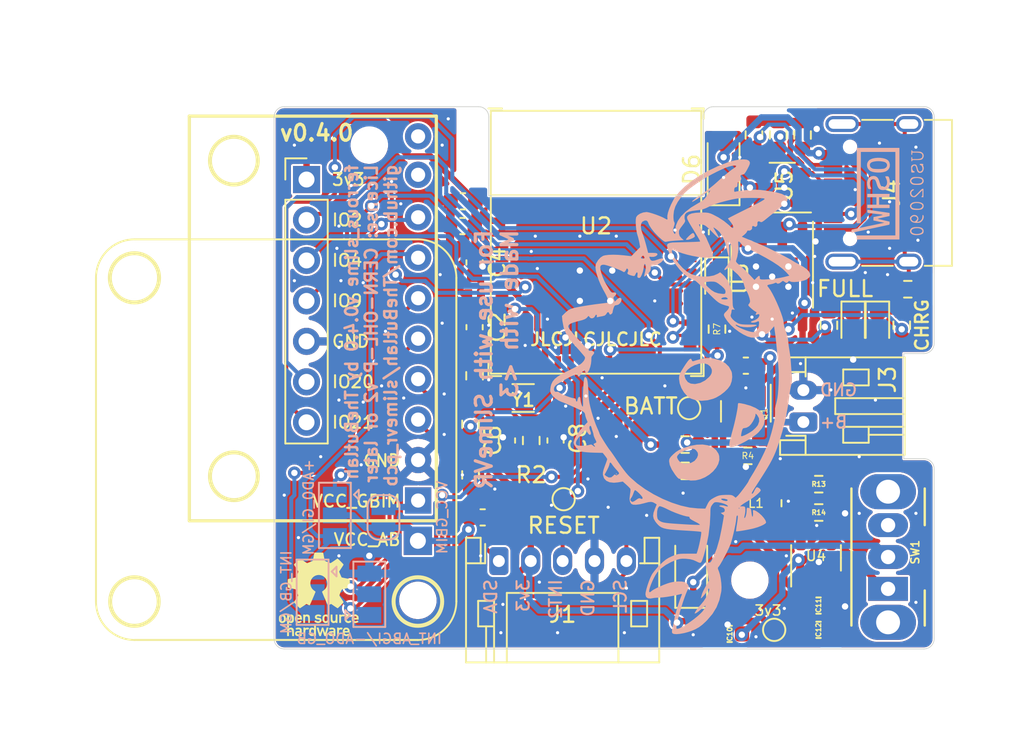
<source format=kicad_pcb>
(kicad_pcb (version 20211014) (generator pcbnew)
  (title_block (title "ferrous_slime") (date "2023-01-10") (rev "v0.4.0") (company "github.com/thebutlah/slimevr_pcb") (comment 1 "Licensed under CERN-OHL-P v2 or later") (comment 2 "For use with SlimeVR and made with <3"))
  (layers (0 "F.Cu" signal) (31 "B.Cu" signal) (34 "B.Paste" user) (35 "F.Paste" user) (36 "B.SilkS" user "B.Silkscreen") (37 "F.SilkS" user "F.Silkscreen") (38 "B.Mask" user) (39 "F.Mask" user) (44 "Edge.Cuts" user))
  (net 0 "")
  (net 1 "+BATT")
  (net 2 "GND")
  (net 3 "+3V3")
  (net 4 "IO0")
  (net 5 "VBUS")
  (net 6 "IO1")
  (net 7 "Net-(J4-PadA5)")
  (net 8 "+5V")
  (net 9 "Net-(D2-Pad1)")
  (net 10 "Net-(D3-Pad1)")
  (net 11 "Net-(D4-Pad1)")
  (net 12 "Net-(D5-Pad2)")
  (net 13 "USB_D-")
  (net 14 "USB_D+")
  (net 15 "Net-(D6-Pad2)")
  (net 16 "IO10_SDA")
  (net 17 "IO7_INT2")
  (net 18 "IO8_SCL")
  (net 19 "Net-(JP1-Pad1)")
  (net 20 "Net-(JP1-Pad3)")
  (net 21 "IO6_INT1")
  (net 22 "Net-(JP2-Pad2)")
  (net 23 "Net-(JP3-Pad3)")
  (net 24 "Net-(L1-Pad1)")
  (net 25 "IO5_LED")
  (net 28 "B_SENSE")
  (net 34 "UNUSED_IO2")
  (net 35 "UNUSED_IO4")
  (net 40 "UNUSED_IO9")
  (net 41 "UNUSED_IO20")
  (net 46 "Net-(C2-Pad1)")
  (net 48 "Net-(J4-PadB5)")
  (net 50 "Net-(J4-PadS1)")
  (net 51 "Net-(R5-Pad1)")
  (net 52 "Net-(R6-Pad1)")
  (net 53 "Net-(R13-Pad2)")
  (net 54 "UNUSED_IO21")
  (net 55 "Net-(JP4-Pad2)")
  (net 56 "Net-(R3-Pad2)")
  (footprint "Resistor_SMD:R_0603_1608Metric" (layer "F.Cu") (at 88.9 31.623 90)
    (fp_text reference "R15" hide)
    (fp_text value "5k1R 1%")
  )
  (footprint "Resistor_SMD:R_0603_1608Metric" (layer "F.Cu") (at 68.072 49.784 -90)
    (fp_text reference "R8" hide)
    (fp_text value "10K")
  )
  (footprint "LED_SMD:LED_0603_1608Metric" (layer "F.Cu") (at 83.527959 40.789843 -90)
    (fp_text reference "D5" hide)
    (fp_text value "LED_IO5")
  )
  (footprint "Capacitor_SMD:C_0603_1608Metric" (layer "F.Cu") (at 73.406 50.8 90)
    (fp_text reference "C8")
    (fp_text value "DNP")
  )
  (footprint "Connector_JST:JST_PH_S5B-PH-K_1x05_P2.00mm_Horizontal" (layer "F.Cu") (at 69.85 58.367)
    (fp_text reference "J1" hide)
    (fp_text value "IMU_Connector")
  )
  (footprint "Resistor_SMD:R_0603_1608Metric" (layer "F.Cu") (at 89.916 53.54099)
    (fp_text reference "R13" hide)
    (fp_text value "120K 1%")
  )
  (footprint "Capacitor_SMD:C_0603_1608Metric" (layer "F.Cu") (at 84.328 62.939 180)
    (fp_text reference "C10" hide)
    (fp_text value "4.7uF")
  )
  (footprint "Resistor_SMD:R_0603_1608Metric" (layer "F.Cu") (at 71.882 50.8 -90)
    (fp_text reference "R2")
    (fp_text value "DNP")
  )
  (footprint "Capacitor_SMD:C_0603_1608Metric" (layer "F.Cu") (at 70.358 50.8 90)
    (fp_text reference "C6")
    (fp_text value "DNP")
  )
  (footprint "MountingHole:MountingHole_2.1mm" (layer "F.Cu") (at 61.722 32.258)
    (fp_text reference "H3" hide)
    (fp_text value "MountingHole_2.1mm" hide)
  )
  (footprint "Resistor_SMD:R_0603_1608Metric" (layer "F.Cu") (at 95.504 41.30438)
    (fp_text reference "R10" hide)
    (fp_text value "120K" hide)
  )
  (footprint "Package_TO_SOT_SMD:SOT-23-6" (layer "F.Cu") (at 87.63 34.925 180)
    (fp_text reference "U5")
    (fp_text value "SRV05-4")
  )
  (footprint "TestPoint:TestPoint_Pad_D1.0mm" (layer "F.Cu") (at 87.122 62.685)
    (fp_text reference "TP3" hide)
    (fp_text value "3v3")
  )
  (footprint "slimevr_pcb:SOD882" (layer "F.Cu") (at 68.326 41.656)
    (fp_text reference "D1" hide)
    (fp_text value "LESD8D3.3CAT5G" hide)
  )
  (footprint "TestPoint:TestPoint_Pad_D1.0mm" (layer "F.Cu") (at 73.914 54.483)
    (fp_text reference "TP1" hide)
    (fp_text value "RESET")
  )
  (footprint "Capacitor_SMD:C_0603_1608Metric" (layer "F.Cu") (at 68.326 43.688 -90)
    (fp_text reference "C2")
    (fp_text value "1uF 16V")
  )
  (footprint "MountingHole:MountingHole_2.1mm" (layer "F.Cu") (at 64.77 60.833)
    (fp_text reference "H1" hide)
    (fp_text value "MountingHole_2.1mm" hide)
  )
  (footprint "Resistor_SMD:R_0603_1608Metric" (layer "F.Cu") (at 68.072 52.959 90)
    (fp_text reference "R9" hide)
    (fp_text value "10K")
  )
  (footprint "LED_SMD:LED_0603_1608Metric" (layer "F.Cu") (at 92.075 43.561 -90)
    (fp_text reference "D4" hide)
    (fp_text value "FULL")
  )
  (footprint "Resistor_SMD:R_0603_1608Metric" (layer "F.Cu") (at 87.376 31.623 90)
    (fp_text reference "R16" hide)
    (fp_text value "5k1R 1%")
  )
  (footprint "Resistor_SMD:R_0603_1608Metric" (layer "F.Cu") (at 90.551 43.565422 90)
    (fp_text reference "R6" hide)
    (fp_text value "1K" hide)
  )
  (footprint "Resistor_SMD:R_0603_1608Metric" (layer "F.Cu") (at 83.533929 43.807105 90)
    (fp_text reference "R7" hide)
    (fp_text value "1K")
  )
  (footprint "Package_TO_SOT_SMD:SOT-23" (layer "F.Cu") (at 85.344 48.96899 -90)
    (fp_text reference "Q1" hide)
    (fp_text value "CJ2305")
  )
  (footprint "Diode_SMD:D_SOD-123" (layer "F.Cu") (at 81.915 59.055 90)
    (fp_text reference "D2" hide)
    (fp_text value "B5819W" hide)
  )
  (footprint "Capacitor_SMD:C_0603_1608Metric" (layer "F.Cu") (at 68.834 55.626)
    (fp_text reference "C5" hide)
    (fp_text value "100nF")
  )
  (footprint "Resistor_SMD:R_0603_1608Metric" (layer "F.Cu") (at 85.471 51.763 180)
    (fp_text reference "R4" hide)
    (fp_text value "120K")
  )
  (footprint "Package_TO_SOT_SMD:SOT-23-5" (layer "F.Cu") (at 89.746622 58.166 90)
    (fp_text reference "U4" hide)
    (fp_text value "M3406")
  )
  (footprint "Connector_JST:JST_PH_S2B-PH-K_1x02_P2.00mm_Horizontal" (layer "F.Cu") (at 88.9508 49.641 90)
    (fp_text reference "J3" hide)
    (fp_text value "Battery_Connector")
  )
  (footprint "Resistor_SMD:R_0603_1608Metric" (layer "F.Cu") (at 89.916 55.319)
    (fp_text reference "R14" hide)
    (fp_text value "27K 1%")
  )
  (footprint "MountingHole:MountingHole_2.1mm" (layer "F.Cu") (at 85.598 59.563)
    (fp_text reference "H2" hide)
    (fp_text value "MountingHole_2.1mm" hide)
  )
  (footprint "Capacitor_SMD:C_0603_1608Metric" (layer "F.Cu") (at 67.564 37.338 180)
    (fp_text reference "C3" hide)
    (fp_text value "100nF 10V")
  )
  (footprint "Resistor_SMD:R_0603_1608Metric" (layer "F.Cu") (at 85.852 31.623 -90)
    (fp_text reference "R3" hide)
    (fp_text value "2K")
  )
  (footprint "Button_Switch_THT:SW_CuK_OS102011MA1QN1_SPDT_Angled" (layer "F.Cu") (at 94.266004 60.112986 90)
    (fp_text reference "SW1" hide)
    (fp_text value "SW_PWR")
  )
  (footprint "Package_SO:HTSOP-8-1EP_3.9x4.9mm_P1.27mm_EP2.4x3.2mm" (layer "F.Cu") (at 86.995 40.513 -90)
    (fp_text reference "U3")
    (fp_text value "TP4056")
  )
  (footprint "Espressif:ESP32-C3-MINI-1" (layer "F.Cu") (at 75.946 41.004)
    (fp_text reference "U2" hide)
    (fp_text value "ESP32-C3-MINI-1")
  )
  (footprint "Capacitor_SMD:C_0603_1608Metric" (layer "F.Cu") (at 68.326 39.624 -90)
    (fp_text reference "C4")
    (fp_text value "10nF 10V")
  )
  (footprint "LED_SMD:LED_0603_1608Metric" (layer "F.Cu") (at 93.599 43.561 -90)
    (fp_text reference "D3" hide)
    (fp_text value "CHRG")
  )
  (footprint "Connector_USB:USB_C_Receptacle_XKB_U262-16XN-4BVC11" (layer "F.Cu") (at 94.488 35.25299 90)
    (fp_text reference "J4" hide)
    (fp_text value "USB_C_Receptacle_USB2.0")
  )
  (footprint "slimevr_pcb:IMU_Breakout" (layer "F.Cu") (at 58.166 43.12699 180)
    (fp_text reference "U1" hide)
    (fp_text value "IMU_Breakout")
  )
  (footprint "slimevr_pcb:oshw_logo" (layer "F.Cu") (at 58.547 60.452)
    (fp_text reference "G***" hide)
    (fp_text value "LOGO" hide)
  )
  (footprint "Capacitor_SMD:C_0603_1608Metric" (layer "F.Cu") (at 89.902995 62.68499)
    (fp_text reference "C12" hide)
    (fp_text value "10uF")
  )
  (footprint "Resistor_SMD:R_0603_1608Metric" (layer "F.Cu") (at 95.123 43.561 90)
    (fp_text reference "R5" hide)
    (fp_text value "1K" hide)
  )
  (footprint "Diode_SMD:D_SOD-123" (layer "F.Cu") (at 83.947 33.782 90)
    (fp_text reference "D6")
    (fp_text value "B5819W")
  )
  (footprint "Resistor_SMD:R_0603_1608Metric" (layer "F.Cu") (at 81.534 51.054 180)
    (fp_text reference "R11" hide)
    (fp_text value "120K 1%" hide)
  )
  (footprint "Capacitor_SMD:C_0603_1608Metric" (layer "F.Cu") (at 83.530721 37.719 -90)
    (fp_text reference "C7" hide)
    (fp_text value "10uF")
  )
  (footprint "Resistor_SMD:R_0603_1608Metric" (layer "F.Cu") (at 68.326 46.736 90)
    (fp_text reference "R1" hide)
    (fp_text value "10kR 1%")
  )
  (footprint "Capacitor_SMD:C_0603_1608Metric" (layer "F.Cu") (at 89.902995 61.16099)
    (fp_text reference "C11" hide)
    (fp_text value "470nF")
  )
  (footprint "Capacitor_SMD:C_0603_1608Metric" (layer "F.Cu") (at 67.598912 35.785096 180)
    (fp_text reference "C1" hide)
    (fp_text value "1uF 16V")
  )
  (footprint "Capacitor_SMD:C_0603_1608Metric" (layer "F.Cu") (at 85.344 46.101 180)
    (fp_text reference "C9" hide)
    (fp_text value "10uF")
  )
  (footprint "TestPoint:TestPoint_Pad_D1.0mm" (layer "F.Cu") (at 81.788 48.768 -90)
    (fp_text reference "TP2" hide)
    (fp_text value "BATT")
  )
  (footprint "Inductor_SMD:L_Wuerth_MAPI-3015" (layer "F.Cu") (at 85.979 54.737 90)
    (fp_text reference "L1" hide)
    (fp_text value "2.2uH")
  )
  (footprint "slimevr_pcb:IO_Breakouts" (layer "F.Cu") (at 57.785 34.417)
    (fp_text reference "J2" hide)
    (fp_text value "Unused_IO")
  )
  (footprint "Resistor_SMD:R_0603_1608Metric" (layer "F.Cu") (at 81.534 52.705)
    (fp_text reference "R12" hide)
    (fp_text value "30K 1%" hide)
  )
  (footprint "Crystal:Crystal_SMD_3215-2Pin_3.2x1.5mm" (layer "F.Cu") (at 71.374 48.133 180)
    (fp_text reference "Y1")
    (fp_text value "32.768Hz")
  )
  (footprint "Jumper:SolderJumper-2_P1.3mm_Open_RoundedPad1.0x1.5mm" (layer "B.Cu") (at 62.611 55.626 90)
    (fp_text reference "JP4" hide)
    (fp_text value "VCC_GBIM")
  )
  (footprint "Jumper:SolderJumper-3_P1.3mm_Open_Pad1.0x1.5mm" (layer "B.Cu") (at 59.563 55.499 -90)
    (fp_text reference "JP1" hide)
    (fp_text value "+AD0_GI/GM")
  )
  (footprint "slimevr_pcb:dancing_ferris" (layer "B.Cu") (at 81.153 48.006 -90)
    (fp_text reference "G***" hide)
    (fp_text value "LOGO" hide)
  )
  (footprint "slimevr_pcb:oshw_cert" (layer "B.Cu") (at 94.255715 35.931982 -90)
    (fp_text reference "G***" hide)
    (fp_text value "LOGO" hide)
  )
  (footprint "Jumper:SolderJumper-3_P1.3mm_Open_Pad1.0x1.5mm" (layer "B.Cu") (at 58.166 60.325 -90)
    (fp_text reference "JP3")
    (fp_text value "INT_GB/GM")
  )
  (footprint "Jumper:SolderJumper-3_P1.3mm_Open_Pad1.0x1.5mm" (layer "B.Cu") (at 61.722 60.452 90)
    (fp_text reference "JP2" hide)
    (fp_text value "INT_ABGI/-ADO_GB")
  )
  (gr_arc (start 56.388 63.881) (mid 55.938987 63.695013) (end 55.753 63.246) (layer "Edge.Cuts") (width 0.05))
  (gr_line (start 82.677 35.433) (end 82.677 30.48) (layer "Edge.Cuts") (width 0.05))
  (gr_arc (start 55.753 30.48) (mid 55.938987 30.030987) (end 56.388 29.845) (layer "Edge.Cuts") (width 0.05))
  (gr_line (start 69.215 30.48) (end 69.215 35.433) (layer "Edge.Cuts") (width 0.05))
  (gr_arc (start 97.155 44.704) (mid 96.969013 45.153013) (end 96.52 45.339) (layer "Edge.Cuts") (width 0.05))
  (gr_line (start 95.25 45.339) (end 95.25 51.943) (layer "Edge.Cuts") (width 0.05))
  (gr_arc (start 82.677 30.48) (mid 82.862987 30.030987) (end 83.312 29.845) (layer "Edge.Cuts") (width 0.05))
  (gr_line (start 56.388 29.845) (end 68.58 29.845) (layer "Edge.Cuts") (width 0.05))
  (gr_arc (start 96.52 29.845) (mid 96.969013 30.030987) (end 97.155 30.48) (layer "Edge.Cuts") (width 0.05))
  (gr_line (start 96.52 45.339) (end 95.25 45.339) (layer "Edge.Cuts") (width 0.05))
  (gr_arc (start 96.52 51.943) (mid 96.969013 52.128987) (end 97.155 52.578) (layer "Edge.Cuts") (width 0.05))
  (gr_arc (start 68.58 29.845) (mid 69.029013 30.030987) (end 69.215 30.48) (layer "Edge.Cuts") (width 0.05))
  (gr_line (start 96.52 63.881) (end 56.388 63.881) (layer "Edge.Cuts") (width 0.05))
  (gr_line (start 97.155 30.48) (end 97.155 44.704) (layer "Edge.Cuts") (width 0.05))
  (gr_line (start 55.753 63.246) (end 55.753 30.48) (layer "Edge.Cuts") (width 0.05))
  (gr_arc (start 97.155 63.246) (mid 96.969013 63.695013) (end 96.52 63.881) (layer "Edge.Cuts") (width 0.05))
  (gr_line (start 69.215 35.433) (end 82.677 35.433) (layer "Edge.Cuts") (width 0.05))
  (gr_line (start 97.155 52.578) (end 97.155 63.246) (layer "Edge.Cuts") (width 0.05))
  (gr_line (start 95.25 51.943) (end 96.52 51.943) (layer "Edge.Cuts") (width 0.05))
  (gr_line (start 83.312 29.845) (end 96.52 29.845) (layer "Edge.Cuts") (width 0.05))
  (gr_text "SCL" (at 77.47 59.436 90) (layer "B.SilkS") (effects (font (size 0.762 0.762) (thickness 0.127)) (justify left mirror)))
  (gr_text "GND" (at 75.438 59.436 90) (layer "B.SilkS") (effects (font (size 0.762 0.762) (thickness 0.127)) (justify left mirror)))
  (gr_text "For use with SlimeVR\nMade with <3" (at 69.723 37.465 90) (layer "B.SilkS") (effects (font (size 1 1) (thickness 0.2)) (justify left mirror)))
  (gr_text "SDA" (at 69.342 59.436 90) (layer "B.SilkS") (effects (font (size 0.762 0.762) (thickness 0.127)) (justify left mirror)))
  (gr_text "3v3" (at 71.374 59.436 90) (layer "B.SilkS") (effects (font (size 0.762 0.762) (thickness 0.127)) (justify left mirror)))
  (gr_text "INT2" (at 73.406 59.436 90) (layer "B.SilkS") (effects (font (size 0.762 0.762) (thickness 0.127)) (justify left mirror)))
  (gr_text "ferrous_slime ${REVISION} by TheButlah\nLicense: CERN-OHL-P v2 or later\ngithub.com/TheButlah/slimevr_pcb\n" (at 61.849 33.401 90) (layer "B.SilkS") (effects (font (size 0.762 0.762) (thickness 0.16002)) (justify left mirror)))
  (gr_text "${REVISION}" (at 56.007 31.496) (layer "F.SilkS") (effects (font (size 1 1) (thickness 0.2)) (justify left)))
  (gr_text "JLCJLCJLCJLC" (at 75.946 44.45) (layer "F.SilkS") (effects (font (size 0.8 0.8))))
  (segment (start 82.359 51.054) (end 81.788 51.054) (width 0.4) (layer "F.Cu") (net 1))
  (segment (start 86.602572 45.847) (end 86.119 45.847) (width 0.4) (layer "F.Cu") (net 1))
  (segment (start 81.661 48.895) (end 81.788 48.768) (width 0.4) (layer "F.Cu") (net 1))
  (segment (start 81.661 50.927) (end 81.661 48.895) (width 0.4) (layer "F.Cu") (net 1))
  (segment (start 85.09 43.163) (end 85.09 44.818) (width 0.4) (layer "F.Cu") (net 1))
  (segment (start 81.788 51.054) (end 81.661 50.927) (width 0.4) (layer "F.Cu") (net 1))
  (segment (start 88.680798 49.657) (end 85.59349 49.657) (width 0.4) (layer "F.Cu") (net 1))
  (segment (start 85.59349 49.657) (end 85.344 49.90649) (width 0.4) (layer "F.Cu") (net 1))
  (segment (start 85.09 44.818) (end 86.119 45.847) (width 0.4) (layer "F.Cu") (net 1))
  (segment (start 86.862286 45.587286) (end 86.602572 45.847) (width 0.4) (layer "F.Cu") (net 1))
  (via (at 81.661 50.927) (size 0.8) (drill 0.4) (layers "F.Cu" "B.Cu") (net 1))
  (via (at 86.862286 45.587286) (size 0.8) (drill 0.4) (layers "F.Cu" "B.Cu") (net 1))
  (segment (start 88.9508 49.641) (end 86.884 49.641) (width 0.4) (layer "B.Cu") (net 1))
  (segment (start 86.868 50.673) (end 86.614 50.927) (width 0.4) (layer "B.Cu") (net 1))
  (segment (start 86.884 49.641) (end 86.868 49.657) (width 0.4) (layer "B.Cu") (net 1))
  (segment (start 86.868 49.657) (end 86.868 50.673) (width 0.4) (layer "B.Cu") (net 1))
  (segment (start 86.862286 45.587286) (end 86.868 45.593) (width 0.4) (layer "B.Cu") (net 1))
  (segment (start 86.868 45.593) (end 86.868 49.657) (width 0.4) (layer "B.Cu") (net 1))
  (segment (start 86.614 50.927) (end 81.661 50.927) (width 0.4) (layer "B.Cu") (net 1))
  (segment (start 90.44999 31.90299) (end 90.818 31.90299) (width 0.4) (layer "F.Cu") (net 2))
  (segment (start 66.823912 35.785096) (end 66.823912 37.303088) (width 0.4) (layer "F.Cu") (net 2))
  (segment (start 89.71301 38.30299) (end 90.818 38.30299) (width 0.4) (layer "F.Cu") (net 2))
  (segment (start 70.358 50.025) (end 70.358 50.3445) (width 0.4) (layer "F.Cu") (net 2))
  (segment (start 88.9 37.863) (end 89.33999 38.30299) (width 0.4) (layer "F.Cu") (net 2))
  (segment (start 89.345 30.798) (end 89.789 31.242) (width 0.4) (layer "F.Cu") (net 2))
  (segment (start 85.344 52.451) (end 85.334 52.451) (width 0.4) (layer "F.Cu") (net 2))
  (segment (start 83.619 62.939) (end 84.201 62.357) (width 0.4) (layer "F.Cu") (net 2))
  (segment (start 70.358 50.3445) (end 70.104 50.5985) (width 0.4) (layer "F.Cu") (net 2))
  (segment (start 89.789 31.242) (end 90.44999 31.90299) (width 0.4) (layer "F.Cu") (net 2))
  (segment (start 68.726 40.799) (end 68.726 41.656) (width 0.4) (layer "F.Cu") (net 2))
  (segment (start 89.33999 38.30299) (end 89.71301 38.30299) (width 0.4) (layer "F.Cu") (net 2))
  (segment (start 73.406 50.0905) (end 73.914 50.5985) (width 0.4) (layer "F.Cu") (net 2))
  (segment (start 68.326 40.399) (end 68.726 40.799) (width 0.4) (layer "F.Cu") (net 2))
  (segment (start 68.326 40.386) (end 68.834 39.878) (width 0.4) (layer "F.Cu") (net 2))
  (segment (start 68.867 45.004) (end 70.046 45.004) (width 0.4) (layer "F.Cu") (net 2))
  (segment (start 68.326 44.463) (end 68.867 45.004) (width 0.4) (layer "F.Cu") (net 2))
  (segment (start 83.530721 38.494) (end 83.530721 39.999581) (width 0.4) (layer "F.Cu") (net 2))
  (segment (start 85.334 52.451) (end 84.646 51.763) (width 0.4) (layer "F.Cu") (net 2))
  (segment (start 88.9 30.798) (end 89.345 30.798) (width 0.4) (layer "F.Cu") (net 2))
  (via (at 58.674 51.816) (size 0.4) (drill 0.2) (layers "F.Cu" "B.Cu") (net 2))
  (via (at 94.234 40.386) (size 0.4) (drill 0.2) (layers "F.Cu" "B.Cu") (net 2))
  (via (at 61.341 48.387) (size 0.4) (drill 0.2) (layers "F.Cu" "B.Cu") (net 2))
  (via (at 87.757 61.341) (size 0.4) (drill 0.2) (layers "F.Cu" "B.Cu") (net 2))
  (via (at 66.294 43.434) (size 0.4) (drill 0.2) (layers "F.Cu" "B.Cu") (net 2))
  (via (at 72.898 43.18) (size 0.4) (drill 0.2) (layers "F.Cu" "B.Cu") (net 2))
  (via (at 89.921714 58.425714) (size 0.8) (drill 0.4) (layers "F.Cu" "B.Cu") (net 2))
  (via (at 69.215 43.561) (size 0.4) (drill 0.2) (layers "F.Cu" "B.Cu") (net 2))
  (via (at 70.104 50.5985) (size 0.8) (drill 0.4) (layers "F.Cu" "B.Cu") (net 2))
  (via (at 73.533 62.865) (size 0.4) (drill 0.2) (layers "F.Cu" "B.Cu") (net 2))
  (via (at 73.152 54.864) (size 0.4) (drill 0.2) (layers "F.Cu" "B.Cu") (net 2))
  (via (at 84.201 62.357) (size 0.8) (drill 0.4) (layers "F.Cu" "B.Cu") (net 2))
  (via (at 79.121 55.499) (size 0.4) (drill 0.2) (layers "F.Cu" "B.Cu") (net 2))
  (via (at 66.675 30.607) (size 0.4) (drill 0.2) (layers "F.Cu" "B.Cu") (net 2))
  (via (at 89.535 40.894) (size 0.4) (drill 0.2) (layers "F.Cu" "B.Cu") (net 2))
  (via (at 91.567 55.372) (size 0.8) (drill 0.4) (layers "F.Cu" "B.Cu") (net 2))
  (via (at 72.136 37.973) (size 0.4) (drill 0.2) (layers "F.Cu" "B.Cu") (net 2))
  (via (at 59.817 37.338) (size 0.4) (drill 0.2) (layers "F.Cu" "B.Cu") (net 2))
  (via (at 82.042 62.992) (size 0.4) (drill 0.2) (layers "F.Cu" "B.Cu") (net 2))
  (via (at 63.6975 35.941) (size 0.4) (drill 0.2) (layers "F.Cu" "B.Cu") (net 2))
  (via (at 57.023 40.767) (size 0.4) (drill 0.2) (layers "F.Cu" "B.Cu") (net 2))
  (via (at 59.69 38.735) (size 0.4) (drill 0.2) (layers "F.Cu" "B.Cu") (net 2))
  (via (at 74.93 37.973) (size 0.4) (drill 0.2) (layers "F.Cu" "B.Cu") (net 2))
  (via (at 71.882 38.9325) (size 0.4) (drill 0.2) (layers "F.Cu" "B.Cu") (net 2))
  (via (at 87.757 34.925) (size 0.8) (drill 0.4) (layers "F.Cu" "B.Cu") (net 2))
  (via (at 59.944 40.767) (size 0.4) (drill 0.2) (layers "F.Cu" "B.Cu") (net 2))
  (via (at 94.361 38.735) (size 0.4) (drill 0.2) (layers "F.Cu" "B.Cu") (net 2))
  (via (at 57.023 32.258) (size 0.4) (drill 0.2) (layers "F.Cu" "B.Cu") (net 2))
  (via (at 86.995 43.18) (size 0.4) (drill 0.2) (layers "F.Cu" "B.Cu") (net 2))
  (via (at 89.71301 38.30299) (size 0.8) (drill 0.4) (layers "F.Cu" "B.Cu") (net 2))
  (via (at 69.596 53.848) (size 0.4) (drill 0.2) (layers "F.Cu" "B.Cu") (net 2))
  (via (at 62.738 43.942) (size 0.4) (drill 0.2) (layers "F.Cu" "B.Cu") (net 2))
  (via (at 74.93 42.037) (size 0.8) (drill 0.4) (layers "F.Cu" "B.Cu") (net 2))
  (via (at 96.012 60.96) (size 0.4) (drill 0.2) (layers "F.Cu" "B.Cu") (net 2))
  (via (at 61.341 40.894) (size 0.4) (drill 0.2) (layers "F.Cu" "B.Cu") (net 2))
  (via (at 62.493531 47.371) (size 0.4) (drill 0.2) (layers "F.Cu" "B.Cu") (net 2))
  (via (at 85.979 39.878) (size 0.8) (drill 0.4) (layers "F.Cu" "B.Cu") (net 2))
  (via (at 93.726 32.131) (size 0.4) (drill 0.2) (layers "F.Cu" "B.Cu") (net 2))
  (via (at 61.214 52.324) (size 0.4) (drill 0.2) (layers "F.Cu" "B.Cu") (net 2))
  (via (at 63.881 48.133) (size 0.4) (drill 0.2) (layers "F.Cu" "B.Cu") (net 2))
  (via (at 96.012 55.372) (size 0.4) (drill 0.2) (layers "F.Cu" "B.Cu") (net 2))
  (via (at 66.421 47.879) (size 0.4) (drill 0.2) (layers "F.Cu" "B.Cu") (net 2))
  (via (at 60.579 34.798) (size 0.4) (drill 0.2) (layers "F.Cu" "B.Cu") (net 2))
  (via (at 73.914 50.5985) (size 0.8) (drill 0.4) (layers "F.Cu" "B.Cu") (net 2))
  (via (at 91.567 61.214) (size 0.8) (drill 0.4) (layers "F.Cu" "B.Cu") (net 2))
  (via (at 84.328 43.942) (size 0.4) (drill 0.2) (layers "F.Cu" "B.Cu") (net 2))
  (via (at 82.677 37.719) (size 0.4) (drill 0.2) (layers "F.Cu" "B.Cu") (net 2))
  (via (at 68.707 58.039) (size 0.4) (drill 0.2) (layers "F.Cu" "B.Cu") (net 2))
  (via (at 89.662 39.243) (size 0.4) (drill 0.2) (layers "F.Cu" "B.Cu") (net 2))
  (via (at 92.202 35.052) (size 0.4) (drill 0.2) (layers "F.Cu" "B.Cu") (net 2))
  (via (at 77.216 50.546) (size 0.4) (drill 0.2) (layers "F.Cu" "B.Cu") (net 2))
  (via (at 69.977 62.865) (size 0.4) (drill 0.2) (layers "F.Cu" "B.Cu") (net 2))
  (via (at 77.216 37.973) (size 0.4) (drill 0.2) (layers "F.Cu" "B.Cu") (net 2))
  (via (at 72.263 40.005) (size 0.4) (drill 0.2) (layers "F.Cu" "B.Cu") (net 2))
  (via (at 71.501 44.831) (size 0.4) (drill 0.2) (layers "F.Cu" "B.Cu") (net 2))
  (via (at 85.979 41.148) (size 0.8) (drill 0.4) (layers "F.Cu" "B.Cu") (net 2))
  (via (at 69.215 46.99) (size 0.4) (drill 0.2) (layers "F.Cu" "B.Cu") (net 2))
  (via (at 74.93 40.132) (size 0.8) (drill 0.4) (layers "F.Cu" "B.Cu") (net 2))
  (via (at 84.709 57.15) (size 0.4) (drill 0.2) (layers "F.Cu" "B.Cu") (net 2))
  (via (at 90.678 47.625) (size 0.4) (drill 0.2) (layers "F.Cu" "B.Cu") (net 2))
  (via (at 76.327 46.863) (size 0.4) (drill 0.2) (layers "F.Cu" "B.Cu") (net 2))
  (via (at 59.817 58.039) (size 0.4) (drill 0.2) (layers "F.Cu" "B.Cu") (net 2))
  (via (at 75.438 53.213) (size 0.4) (drill 0.2) (layers "F.Cu" "B.Cu") (net 2))
  (via (at 71.12 47.752) (size 0.4) (drill 0.2) (layers "F.Cu" "B.Cu") (net 2))
  (via (at 73.406 44.958) (size 0.4) (drill 0.2) (layers "F.Cu" "B.Cu") (net 2))
  (via (at 59.817 48.26) (size 0.4) (drill 0.2) (layers "F.Cu" "B.Cu") (net 2))
  (via (at 76.835 42.037) (size 0.8) (drill 0.4) (layers "F.Cu" "B.Cu") (net 2))
  (via (at 94.361 35.814) (size 0.4) (drill 0.2) (layers "F.Cu" "B.Cu") (net 2))
  (via (at 72.39 59.69) (size 0.4) (drill 0.2) (layers "F.Cu" "B.Cu") (net 2))
  (via (at 80.899 37.592) (size 0.4) (drill 0.2) (layers "F.Cu" "B.Cu") (net 2))
  (via (at 83.947 34.29) (size 0.4) (drill 0.2) (layers "F.Cu" "B.Cu") (net 2))
  (via (at 74.041 48.641) (size 0.4) (drill 0.2) (layers "F.Cu" "B.Cu") (net 2))
  (via (at 93.472 48.26) (size 0.4) (drill 0.2) (layers "F.Cu" "B.Cu") (net 2))
  (via (at 92.837 40.259) (size 0.4) (drill 0.2) (layers "F.Cu" "B.Cu") (net 2))
  (via (at 85.725 43.053) (size 0.4) (drill 0.2) (layers "F.Cu" "B.Cu") (net 2))
  (via (at 87.503 51.943) (size 0.4) (drill 0.2) (layers "F.Cu" "B.Cu") (net 2))
  (via (at 88.265 42.799) (size 0.4) (drill 0.2) (layers "F.Cu" "B.Cu") (net 2))
  (via (at 89.789 31.242) (size 0.8) (drill 0.4) (layers "F.Cu" "B.Cu") (net 2))
  (via (at 66.421 50.419) (size 0.4) (drill 0.2) (layers "F.Cu" "B.Cu") (net 2))
  (via (at 71.12 52.451) (size 0.4) (drill 0.2) (layers "F.Cu" "B.Cu") (net 2))
  (via (at 92.075 45.72) (size 0.8) (drill 0.4) (layers "F.Cu" "B.Cu") (net 2))
  (via (at 67.564 52.959) (size 0.4) (drill 0.2) (layers "F.Cu" "B.Cu") (net 2))
  (via (at 77.851 60.071) (size 0.4) (drill 0.2) (layers "F.Cu" "B.Cu") (net 2))
  (via (at 56.388 54.229) (size 0.4) (drill 0.2) (layers "F.Cu" "B.Cu") (net 2))
  (via (at 96.139 38.227) (size 0.4) (drill 0.2) (layers "F.Cu" "B.Cu") (net 2))
  (via (at 79.629 42.037) (size 0.4) (drill 0.2) (layers "F.Cu" "B.Cu") (net 2))
  (via (at 96.012 32.385) (size 0.4) (drill 0.2) (layers "F.Cu" "B.Cu") (net 2))
  (via (at 75.311 48.006) (size 0.4) (drill 0.2) (layers "F.Cu" "B.Cu") (net 2))
  (via (at 66.167 40.386) (size 0.4) (drill 0.2) (layers "F.Cu" "B.Cu") (net 2))
  (via (at 68.834 39.878) (size 0.8) (drill 0.4) (layers "F.Cu" "B.Cu") (net 2))
  (via (at 70.104 61.087) (size 0.4) (drill 0.2) (layers "F.Cu" "B.Cu") (net 2))
  (via (at 76.708 54.991) (size 0.4) (drill 0.2) (layers "F.Cu" "B.Cu") (net 2))
  (via (at 88.011 54.61) (size 0.4) (drill 0.2) (layers "F.Cu" "B.Cu") (net 2))
  (via (at 59.817 44.958) (size 0.4) (drill 0.2) (layers "F.Cu" "B.Cu") (net 2))
  (via (at 77.724 62.865) (size 0.4) (drill 0.2) (layers "F.Cu" "B.Cu") (net 2))
  (via (at 85.344 47.498) (size 0.4) (drill 0.2) (layers "F.Cu" "B.Cu") (net 2))
  (via (at 88.011 39.878) (size 0.8) (drill 0.4) (layers "F.Cu" "B.Cu") (net 2))
  (via (at 92.456 55.372) (size 0.4) (drill 0.2) (layers "F.Cu" "B.Cu") (net 2))
  (via (at 63.119 34.544) (size 0.4) (drill 0.2) (layers "F.Cu" "B.Cu") (net 2))
  (via (at 85.344 52.451) (size 0.8) (drill 0.4) (layers "F.Cu" "B.Cu") (net 2))
  (via (at 85.979 63.119) (size 0.4) (drill 0.2) (layers "F.Cu" "B.Cu") (net 2))
  (via (at 93.020499 37.719) (size 0.4) (drill 0.2) (layers "F.Cu" "B.Cu") (net 2))
  (via (at 57.277 56.896) (size 0.4) (drill 0.2) (layers "F.Cu" "B.Cu") (net 2))
  (via (at 88.773 45.974) (size 0.4) (drill 0.2) (layers "F.Cu" "B.Cu") (net 2))
  (via (at 87.884 58.039) (size 0.4) (drill 0.2) (layers "F.Cu" "B.Cu") (net 2))
  (via (at 80.264 47.371) (size 0.4) (drill 0.2) (layers "F.Cu" "B.Cu") (net 2))
  (via (at 81.407 54.102) (size 0.4) (drill 0.2) (layers "F.Cu" "B.Cu") (net 2))
  (via (at 86.995 40.513) (size 0.8) (drill 0.4) (layers "F.Cu" "B.Cu") (net 2))
  (via (at 92.456 51.816) (size 0.4) (drill 0.2) (layers "F.Cu" "B.Cu") (net 2))
  (via (at 89.789 56.134) (size 0.4) (drill 0.2) (layers "F.Cu" "B.Cu") (net 2))
  (via (at 66.294 32.258) (size 0.4) (drill 0.2) (layers "F.Cu" "B.Cu") (net 2))
  (via (at 61.722 58.039) (size 0.8) (drill 0.4) (layers "F.Cu" "B.Cu") (net 2))
  (via (at 76.962 40.132) (size 0.8) (drill 0.4) (layers "F.Cu" "B.Cu") (net 2))
  (via (at 76.073 49.403) (size 0.4) (drill 0.2) (layers "F.Cu" "B.Cu") (net 2))
  (via (at 84.963 33.02) (size 0.4) (drill 0.2) (layers "F.Cu" "B.Cu") (net 2))
  (via (at 88.011 41.148) (size 0.8) (drill 0.4) (layers "F.Cu" "B.Cu") (net 2))
  (segment (start 89.921714 59.568714) (end 89.921714 58.425714) (width 0.4) (layer "B.Cu") (net 2))
  (segment (start 91.567 61.214) (end 89.921714 59.568714) (width 0.4) (layer "B.Cu") (net 2))
  (segment (start 67.437 39.738) (end 67.437 41.402) (width 0.4) (layer "F.Cu") (net 3))
  (segment (start 69.801 38.849) (end 70.046 38.604) (width 0.4) (layer "F.Cu") (net 3))
  (segment (start 65.557267 32.968451) (end 64.210451 32.968451) (width 0.4) (layer "F.Cu") (net 3))
  (segment (start 68.326 47.561) (end 67.14796 46.38296) (width 0.4) (layer "F.Cu") (net 3))
  (segment (start 68.059 58.366322) (end 69.382678 59.69) (width 0.4) (layer "F.Cu") (net 3))
  (segment (start 63.373 32.131) (end 63.373 31.496) (width 0.4) (layer "F.Cu") (net 3))
  (segment (start 68.326 47.561) (end 68.326 48.705) (width 0.4) (layer "F.Cu") (net 3))
  (segment (start 68.326 38.849) (end 67.437 39.738) (width 0.4) (layer "F.Cu") (net 3))
  (segment (start 84.201 61.087) (end 83.566 60.452) (width 0.4) (layer "F.Cu") (net 3))
  (segment (start 68.326 38.849) (end 69.801 38.849) (width 0.4) (layer "F.Cu") (net 3))
  (segment (start 68.059 55.753) (end 68.059 58.366322) (width 0.4) (layer "F.Cu") (net 3))
  (segment (start 67.691 41.656) (end 67.926 41.656) (width 0.4) (layer "F.Cu") (net 3))
  (segment (start 86.032 61.595) (end 84.709 61.595) (width 0.4) (layer "F.Cu") (net 3))
  (segment (start 67.945 56.388) (end 67.945 55.74) (width 0.4) (layer "F.Cu") (net 3))
  (segment (start 69.30248 52.407934) (end 71.85 54.955454) (width 0.4) (layer "F.Cu") (net 3))
  (segment (start 60.071 30.734) (end 57.785 33.02) (width 0.4) (layer "F.Cu") (net 3))
  (segment (start 67.14796 42.43404) (end 67.926 41.656) (width 0.4) (layer "F.Cu") (net 3))
  (segment (start 64.210451 32.968451) (end 63.373 32.131) (width 0.4) (layer "F.Cu") (net 3))
  (segment (start 83.15052 62.13748) (end 84.201 61.087) (width 0.4) (layer "F.Cu") (net 3))
  (segment (start 70.527 59.69) (end 71.85 58.367) (width 0.4) (layer "F.Cu") (net 3))
  (segment (start 83.566 60.452) (end 83.566 54.864) (width 0.4) (layer "F.Cu") (net 3))
  (segment (start 57.785 33.02) (end 57.785 34.417) (width 0.4) (layer "F.Cu") (net 3))
  (segment (start 71.85 54.955454) (end 71.85 58.367) (width 0.4) (layer "F.Cu") (net 3))
  (segment (start 68.263 48.959) (end 69.30248 49.99848) (width 0.4) (layer "F.Cu") (net 3))
  (segment (start 68.072 53.784) (end 68.072 55.74) (width 0.4) (layer "F.Cu") (net 3))
  (segment (start 84.709 61.595) (end 84.201 61.087) (width 0.4) (layer "F.Cu") (net 3))
  (segment (start 68.326 48.705) (end 68.072 48.959) (width 0.4) (layer "F.Cu") (net 3))
  (segment (start 63.373 31.496) (end 62.611 30.734) (width 0.4) (layer "F.Cu") (net 3))
  (segment (start 89.128 62.685) (end 87.122 62.685) (width 0.4) (layer "F.Cu") (net 3))
  (segment (start 89.128 61.161) (end 89.128 62.685) (width 0.4) (layer "F.Cu") (net 3))
  (segment (start 87.122 62.685) (end 86.032 61.595) (width 0.4) (layer "F.Cu") (net 3))
  (segment (start 69.30248 49.99848) (end 69.30248 52.407934) (width 0.4) (layer "F.Cu") (net 3))
  (segment (start 81.11852 62.13748) (end 83.15052 62.13748) (width 0.4) (layer "F.Cu") (net 3))
  (segment (start 69.382678 59.69) (end 70.527 59.69) (width 0.4) (layer "F.Cu") (net 3))
  (segment (start 67.437 41.402) (end 67.691 41.656) (width 0.4) (layer "F.Cu") (net 3))
  (segment (start 81.026 62.23) (end 81.11852 62.13748) (width 0.4) (layer "F.Cu") (net 3))
  (segment (start 83.566 54.864) (end 84.743 53.687) (width 0.4) (layer "F.Cu") (net 3))
  (segment (start 68.373912 35.785096) (end 65.557267 32.968451) (width 0.4) (layer "F.Cu") (net 3))
  (segment (start 62.611 30.734) (end 60.071 30.734) (width 0.4) (layer "F.Cu") (net 3))
  (segment (start 67.14796 46.38296) (end 67.14796 42.43404) (width 0.4) (layer "F.Cu") (net 3))
  (segment (start 68.326 38.849) (end 68.326 35.833008) (width 0.4) (layer "F.Cu") (net 3))
  (segment (start 89.091 53.541) (end 86.125 53.541) (width 0.4) (layer "F.Cu") (net 3))
  (via (at 81.026 62.23) (size 0.8) (drill 0.4) (layers "F.Cu" "B.Cu") (net 3))
  (via (at 67.945 56.388) (size 0.8) (drill 0.4) (layers "F.Cu" "B.Cu") (net 3))
  (segment (start 62.19923 56.276) (end 64.20301 56.276) (width 0.4) (layer "B.Cu") (net 3))
  (segment (start 62.611 56.276) (end 61.483 56.276) (width 0.4) (layer "B.Cu") (net 3))
  (segment (start 81.026 62.23) (end 80.264 61.468) (width 0.4) (layer "B.Cu") (net 3))
  (segment (start 60.706 55.499) (end 61.483 56.276) (width 0.4) (layer "B.Cu") (net 3))
  (segment (start 71.755 60.833) (end 71.755 58.715992) (width 0.4) (layer "B.Cu") (net 3))
  (segment (start 59.563 55.499) (end 60.706 55.499) (width 0.4) (layer "B.Cu") (net 3))
  (segment (start 64.20301 56.276) (end 65.024 57.09699) (width 0.4) (layer "B.Cu") (net 3))
  (segment (start 80.264 61.468) (end 72.39 61.468) (width 0.4) (layer "B.Cu") (net 3))
  (segment (start 65.024 57.09699) (end 67.23601 57.09699) (width 0.4) (layer "B.Cu") (net 3))
  (segment (start 72.39 61.468) (end 71.755 60.833) (width 0.4) (layer "B.Cu") (net 3))
  (segment (start 67.23601 57.09699) (end 67.945 56.388) (width 0.4) (layer "B.Cu") (net 3))
  (segment (start 71.146 46.857) (end 69.87 48.133) (width 0.25) (layer "F.Cu") (net 4))
  (segment (start 71.628 50.051) (end 70.104 51.575) (width 0.25) (layer "F.Cu") (net 4))
  (segment (start 69.87 48.217) (end 71.628 49.975) (width 0.25) (layer "F.Cu") (net 4))
  (segment (start 71.146 45.904) (end 71.146 46.857) (width 0.25) (layer "F.Cu") (net 4))
  (segment (start 88.9 43.163) (end 88.9 44.577) (width 0.4) (layer "F.Cu") (net 5))
  (segment (start 83.530721 36.944) (end 84.171 36.944) (width 0.4) (layer "F.Cu") (net 5))
  (segment (start 85.09 38.354) (end 85.471 38.735) (width 0.4) (layer "F.Cu") (net 5))
  (segment (start 84.996619 50.97051) (end 85.50351 50.97051) (width 0.4) (layer "F.Cu") (net 5))
  (segment (start 91.306558 45.116942) (end 89.439942 45.116942) (width 0.4) (layer "F.Cu") (net 5))
  (segment (start 89.027 42.164) (end 89.027 43.036) (width 0.4) (layer "F.Cu") (net 5))
  (segment (start 86.294 48.03149) (end 85.82651 48.03149) (width 0.4) (layer "F.Cu") (net 5))
  (segment (start 82.51296 54.427816) (end 83.39296 53.547816) (width 0.4) (layer "F.Cu") (net 5))
  (segment (start 89.439942 45.116942) (end 88.9 44.577) (width 0.4) (layer "F.Cu") (net 5))
  (segment (start 85.82651 48.03149) (end 85.344 48.514) (width 0.4) (layer "F.Cu") (net 5))
  (segment (start 88.9 44.577) (end 86.294 47.183) (width 0.4) (layer "F.Cu") (net 5))
  (segment (start 92.075 44.3485) (end 93.599 44.3485) (width 0.4) (layer "F.Cu") (net 5))
  (segment (start 85.325089 48.514) (end 84.709 49.130089) (width 0.4) (layer "F.Cu") (net 5))
  (segment (start 84.709 50.682891) (end 84.996619 50.97051) (width 0.4) (layer "F.Cu") (net 5))
  (segment (start 81.915 57.405) (end 82.51296 56.80704) (width 0.4) (layer "F.Cu") (net 5))
  (segment (start 85.50351 50.97051) (end 86.296 51.763) (width 0.4) (layer "F.Cu") (net 5))
  (segment (start 84.709 49.130089) (end 84.709 50.682891) (width 0.4) (layer "F.Cu") (net 5))
  (segment (start 82.51296 56.80704) (end 82.51296 54.427816) (width 0.4) (layer "F.Cu") (net 5))
  (segment (start 83.947 36.527721) (end 83.530721 36.944) (width 0.4) (layer "F.Cu") (net 5))
  (segment (start 86.294 47.183) (end 86.294 48.03149) (width 0.4) (layer "F.Cu") (net 5))
  (segment (start 83.59352 49.900869) (end 83.59352 47.420569) (width 0.4) (layer "F.Cu") (net 5))
  (segment (start 92.075 44.3485) (end 91.306558 45.116942) (width 0.4) (layer "F.Cu") (net 5))
  (segment (start 83.59352 47.420569) (end 84.046619 46.96747) (width 0.4) (layer "F.Cu") (net 5))
  (segment (start 83.947 35.432) (end 83.947 36.527721) (width 0.4) (layer "F.Cu") (net 5))
  (segment (start 85.95447 46.96747) (end 86.294 47.307) (width 0.4) (layer "F.Cu") (net 5))
  (segment (start 84.046619 46.96747) (end 85.95447 46.96747) (width 0.4) (layer "F.Cu") (net 5))
  (segment (start 84.171 36.944) (end 85.09 37.863) (width 0.4) (layer "F.Cu") (net 5))
  (segment (start 85.344 48.514) (end 85.325089 48.514) (width 0.4) (layer "F.Cu") (net 5))
  (segment (start 83.39296 50.101429) (end 83.59352 49.900869) (width 0.4) (layer "F.Cu") (net 5))
  (segment (start 83.39296 53.547816) (end 83.39296 50.101429) (width 0.4) (layer "F.Cu") (net 5))
  (segment (start 89.027 43.036) (end 88.9 43.163) (width 0.4) (layer "F.Cu") (net 5))
  (via (at 89.027 42.164) (size 0.8) (drill 0.4) (layers "F.Cu" "B.Cu") (net 5))
  (via (at 85.471 38.735) (size 0.8) (drill 0.4) (layers "F.Cu" "B.Cu") (net 5))
  (segment (start 89.008489 39.478489) (end 88.265 38.735) (width 0.4) (layer "B.Cu") (net 5))
  (segment (start 89.027 42.164) (end 89.008489 42.145489) (width 0.4) (layer "B.Cu") (net 5))
  (segment (start 89.008489 42.145489) (end 89.008489 39.478489) (width 0.4) (layer "B.Cu") (net 5))
  (segment (start 89.015557 42.164) (end 89.027 42.164) (width 0.4) (layer "B.Cu") (net 5))
  (segment (start 88.265 38.735) (end 85.471 38.735) (width 0.4) (layer "B.Cu") (net 5))
  (segment (start 71.946 47.455) (end 72.624 48.133) (width 0.25) (layer "F.Cu") (net 6))
  (segment (start 71.628 51.625) (end 73.102 51.625) (width 0.25) (layer "F.Cu") (net 6))
  (segment (start 71.946 45.904) (end 71.946 47.455) (width 0.25) (layer "F.Cu") (net 6))
  (segment (start 91.948 36.576) (end 90.89101 36.576) (width 0.25) (layer "F.Cu") (net 7))
  (segment (start 87.503 31.7245) (end 87.503 32.194) (width 0.25) (layer "F.Cu") (net 7))
  (segment (start 90.89101 36.576) (end 90.818 36.50299) (width 0.25) (layer "F.Cu") (net 7))
  (via (at 91.948 36.576) (size 0.8) (drill 0.4) (layers "F.Cu" "B.Cu") (net 7))
  (via (at 87.503 31.7245) (size 0.8) (drill 0.4) (layers "F.Cu" "B.Cu") (net 7))
  (segment (start 92.202 34.163) (end 92.653511 34.614511) (width 0.25) (layer "B.Cu") (net 7))
  (segment (start 89.535 34.163) (end 92.202 34.163) (width 0.25) (layer "B.Cu") (net 7))
  (segment (start 87.503 32.131) (end 89.535 34.163) (width 0.25) (layer "B.Cu") (net 7))
  (segment (start 92.653511 35.870489) (end 91.948 36.576) (width 0.25) (layer "B.Cu") (net 7))
  (segment (start 92.653511 34.614511) (end 92.653511 35.870489) (width 0.25) (layer "B.Cu") (net 7))
  (segment (start 87.503 31.7245) (end 87.503 32.131) (width 0.25) (layer "B.Cu") (net 7))
  (segment (start 90.685221 57.127865) (end 90.192135 57.127865) (width 0.4) (layer "F.Cu") (net 8))
  (segment (start 90.192135 57.127865) (end 88.796622 58.523378) (width 0.4) (layer "F.Cu") (net 8))
  (segment (start 88.796622 58.523378) (end 88.796622 59.016464) (width 0.4) (layer "F.Cu") (net 8))
  (segment (start 91.036865 57.127865) (end 93.681753 59.772753) (width 0.4) (layer "F.Cu") (net 8))
  (segment (start 90.696622 57.127865) (end 91.036865 57.127865) (width 0.4) (layer "F.Cu") (net 8))
  (via (at 85.09 62.992) (size 0.8) (drill 0.4) (layers "F.Cu" "B.Cu") (net 8))
  (via (at 88.646 58.293) (size 0.8) (drill 0.4) (layers "F.Cu" "B.Cu") (net 8))
  (segment (start 87.63 60.452) (end 85.09 62.992) (width 0.4) (layer "B.Cu") (net 8))
  (segment (start 88.646 58.293) (end 87.63 59.309) (width 0.4) (layer "B.Cu") (net 8))
  (segment (start 87.63 59.309) (end 87.63 60.452) (width 0.4) (layer "B.Cu") (net 8))
  (segment (start 83.03948 58.69252) (end 83.03948 54.645908) (width 0.4) (layer "F.Cu") (net 9))
  (segment (start 84.18248 50.05652) (end 84.18248 48.24301) (width 0.4) (layer "F.Cu") (net 9))
  (segment (start 83.91948 53.765908) (end 83.91948 50.31952) (width 0.4) (layer "F.Cu") (net 9))
  (segment (start 82.042 59.69) (end 83.03948 58.69252) (width 0.4) (layer "F.Cu") (net 9))
  (segment (start 82.042 59.69) (end 82.042 60.578) (width 0.4) (layer "F.Cu") (net 9))
  (segment (start 83.91948 50.31952) (end 84.18248 50.05652) (width 0.4) (layer "F.Cu") (net 9))
  (segment (start 84.18248 48.24301) (end 84.394 48.03149) (width 0.4) (layer "F.Cu") (net 9))
  (segment (start 83.03948 54.645908) (end 83.91948 53.765908) (width 0.4) (layer "F.Cu") (net 9))
  (via (at 82.042 59.69) (size 0.8) (drill 0.4) (layers "F.Cu" "B.Cu") (net 9))
  (segment (start 84.074 57.658) (end 82.042 59.69) (width 0.4) (layer "B.Cu") (net 9))
  (segment (start 85.1996 57.404) (end 84.927089 57.676511) (width 0.4) (layer "B.Cu") (net 9))
  (segment (start 84.490911 57.676511) (end 84.4724 57.658) (width 0.4) (layer "B.Cu") (net 9))
  (segment (start 84.927089 57.676511) (end 84.490911 57.676511) (width 0.4) (layer "B.Cu") (net 9))
  (segment (start 94.266004 58.112986) (end 93.557018 57.404) (width 0.4) (layer "B.Cu") (net 9))
  (segment (start 93.557018 57.404) (end 85.1996 57.404) (width 0.4) (layer "B.Cu") (net 9))
  (segment (start 84.4724 57.658) (end 84.074 57.658) (width 0.4) (layer "B.Cu") (net 9))
  (segment (start 93.599 42.7735) (end 95.0855 42.7735) (width 0.25) (layer "F.Cu") (net 10))
  (segment (start 90.551 42.740422) (end 92.041922 42.740422) (width 0.25) (layer "F.Cu") (net 11))
  (segment (start 83.527959 41.577343) (end 83.527959 42.976135) (width 0.25) (layer "F.Cu") (net 12))
  (segment (start 88.8335 35.941) (end 90.75601 35.941) (width 0.2) (layer "F.Cu") (net 13))
  (segment (start 90.818 36.00299) (end 91.50501 36.00299) (width 0.2) (layer "F.Cu") (net 13))
  (segment (start 87.757 35.941) (end 87.823 35.875) (width 0.2) (layer "F.Cu") (net 13))
  (segment (start 90.75601 35.941) (end 90.818 36.00299) (width 0.2) (layer "F.Cu") (net 13))
  (segment (start 91.619511 35.104511) (end 91.51799 35.00299) (width 0.2) (layer "F.Cu") (net 13))
  (segment (start 81.846 44.204) (end 80.891 44.204) (width 0.2) (layer "F.Cu") (net 13))
  (segment (start 80.891 44.204) (end 80.772 44.323) (width 0.2) (layer "F.Cu") (net 13))
  (segment (start 91.619511 35.888489) (end 91.619511 35.104511) (width 0.2) (layer "F.Cu") (net 13))
  (segment (start 91.51799 35.00299) (end 90.818 35.00299) (width 0.2) (layer "F.Cu") (net 13))
  (segment (start 87.823 35.875) (end 88.7675 35.875) (width 0.2) (layer "F.Cu") (net 13))
  (segment (start 91.50501 36.00299) (end 91.619511 35.888489) (width 0.2) (layer "F.Cu") (net 13))
  (via (at 87.757 35.941) (size 0.8) (drill 0.4) (layers "F.Cu" "B.Cu") (net 13))
  (via (at 80.772 44.323) (size 0.8) (drill 0.4) (layers "F.Cu" "B.Cu") (net 13))
  (segment (start 87.376 35.56) (end 86.9322 35.56) (width 0.2) (layer "B.Cu") (net 13))
  (segment (start 81.222 41.2702) (end 81.222 42.870979) (width 0.2) (layer "B.Cu") (net 13))
  (segment (start 81.222 42.870979) (end 81.398511 43.04749) (width 0.2) (layer "B.Cu") (net 13))
  (segment (start 81.398511 43.696489) (end 80.772 44.323) (width 0.2) (layer "B.Cu") (net 13))
  (segment (start 81.398511 43.04749) (end 81.398511 43.696489) (width 0.2) (layer "B.Cu") (net 13))
  (segment (start 87.757 35.941) (end 87.376 35.56) (width 0.2) (layer "B.Cu") (net 13))
  (segment (start 86.9322 35.56) (end 81.222 41.2702) (width 0.2) (layer "B.Cu") (net 13))
  (segment (start 87.823 33.975) (end 88.7675 33.975) (width 0.2) (layer "F.Cu") (net 14))
  (segment (start 81.846 43.404) (end 80.869 43.404) (width 0.2) (layer "F.Cu") (net 14))
  (segment (start 90.818 35.50299) (end 90.139978 35.50299) (width 0.2) (layer "F.Cu") (net 14))
  (segment (start 90.139978 35.50299) (end 90.016489 35.379501) (width 0.2) (layer "F.Cu") (net 14))
  (segment (start 90.016489 35.379501) (end 90.016489 34.570511) (width 0.2) (layer "F.Cu") (net 14))
  (segment (start 88.7675 33.975) (end 89.51501 33.975) (width 0.2) (layer "F.Cu") (net 14))
  (segment (start 87.757 33.909) (end 87.823 33.975) (width 0.2) (layer "F.Cu") (net 14))
  (segment (start 89.51501 33.975) (end 90.043 34.50299) (width 0.2) (layer "F.Cu") (net 14))
  (segment (start 90.016489 34.570511) (end 90.08401 34.50299) (width 0.2) (layer "F.Cu") (net 14))
  (segment (start 80.869 43.404) (end 80.772 43.307) (width 0.2) (layer "F.Cu") (net 14))
  (segment (start 90.043 34.50299) (end 90.818 34.50299) (width 0.2) (layer "F.Cu") (net 14))
  (via (at 80.772 43.307) (size 0.8) (drill 0.4) (layers "F.Cu" "B.Cu") (net 14))
  (via (at 87.757 33.909) (size 0.8) (drill 0.4) (layers "F.Cu" "B.Cu") (net 14))
  (segment (start 80.772 41.25843) (end 80.772 43.307) (width 0.2) (layer "B.Cu") (net 14))
  (segment (start 87.122 34.90843) (end 80.772 41.25843) (width 0.2) (layer "B.Cu") (net 14))
  (segment (start 87.122 34.544) (end 87.122 34.90843) (width 0.2) (layer "B.Cu") (net 14))
  (segment (start 87.757 33.909) (end 87.122 34.544) (width 0.2) (layer "B.Cu") (net 14))
  (segment (start 91.67699 33.00299) (end 92.728511 34.054511) (width 0.4) (layer "F.Cu") (net 15))
  (segment (start 90.818 33.00299) (end 90.15299 33.00299) (width 0.4) (layer "F.Cu") (net 15))
  (segment (start 83.947 32.132) (end 83.947 32.639) (width 0.4) (layer "F.Cu") (net 15))
  (segment (start 90.818 33.00299) (end 91.67699 33.00299) (width 0.4) (layer "F.Cu") (net 15))
  (segment (start 91.103001 37.491469) (end 90.818 37.77647) (width 0.4) (layer "F.Cu") (net 15))
  (segment (start 92.728511 34.054511) (end 92.728511 36.822932) (width 0.4) (layer "F.Cu") (net 15))
  (segment (start 92.059974 37.491469) (end 91.103001 37.491469) (width 0.4) (layer "F.Cu") (net 15))
  (segment (start 92.728511 36.822932) (end 92.059974 37.491469) (width 0.4) (layer "F.Cu") (net 15))
  (segment (start 85.598 34.925) (end 86.4925 34.925) (width 0.4) (layer "F.Cu") (net 15))
  (segment (start 90.15299 33.00299) (end 89.916 32.766) (width 0.4) (layer "F.Cu") (net 15))
  (segment (start 90.818 33.00299) (end 90.818 32.72951) (width 0.4) (layer "F.Cu") (net 15))
  (segment (start 83.947 32.639) (end 83.947 33.02) (width 0.4) (layer "F.Cu") (net 15))
  (via (at 85.598 34.925) (size 0.8) (drill 0.4) (layers "F.Cu" "B.Cu") (net 15))
  (via (at 89.916 32.766) (size 0.8) (drill 0.4) (layers "F.Cu" "B.Cu") (net 15))
  (via (at 83.947 33.02) (size 0.8) (drill 0.4) (layers "F.Cu" "B.Cu") (net 15))
  (segment (start 83.947 33.274) (end 85.598 34.925) (width 0.4) (layer "B.Cu") (net 15))
  (segment (start 86.320031 30.519969) (end 83.947 32.893) (width 0.4) (layer "B.Cu") (net 15))
  (segment (start 88.646 32.102974) (end 88.646 31.206077) (width 0.4) (layer "B.Cu") (net 15))
  (segment (start 89.916 32.766) (end 89.309026 32.766) (width 0.4) (layer "B.Cu") (net 15))
  (segment (start 83.947 33.02) (end 83.947 33.274) (width 0.4) (layer "B.Cu") (net 15))
  (segment (start 87.959892 30.519969) (end 86.320031 30.519969) (width 0.4) (layer "B.Cu") (net 15))
  (segment (start 88.646 31.206077) (end 87.959892 30.519969) (width 0.4) (layer "B.Cu") (net 15))
  (segment (start 83.947 32.893) (end 83.947 33.02) (width 0.4) (layer "B.Cu") (net 15))
  (segment (start 89.309026 32.766) (end 88.646 32.102974) (width 0.4) (layer "B.Cu") (net 15))
  (segment (start 64.78446 47.32146) (end 68.0405 50.5775) (width 0.25) (layer "F.Cu") (net 16))
  (segment (start 68.79852 51.33552) (end 68.79852 53.30452) (width 0.25) (layer "F.Cu") (net 16))
  (segment (start 74.346 46.812) (end 74.346 45.904) (width 0.25) (layer "F.Cu") (net 16))
  (segment (start 68.79852 53.30452) (end 68.834 53.34) (width 0.25) (layer "F.Cu") (net 16))
  (segment (start 68.834 53.34) (end 68.834 57.351) (width 0.25) (layer "F.Cu") (net 16))
  (segment (start 68.072 50.609) (end 68.072 49.911) (width 0.25) (layer "F.Cu") (net 16))
  (segment (start 73.66 47.498) (end 74.346 46.812) (width 0.25) (layer "F.Cu") (net 16))
  (segment (start 68.834 57.351) (end 69.85 58.367) (width 0.25) (layer "F.Cu") (net 16))
  (segment (start 68.072 50.609) (end 68.79852 51.33552) (width 0.25) (layer "F.Cu") (net 16))
  (via (at 68.072 49.911) (size 0.8) (drill 0.4) (layers "F.Cu" "B.Cu") (net 16))
  (via (at 73.66 47.498) (size 0.8) (drill 0.4) (layers "F.Cu" "B.Cu") (net 16))
  (segment (start 68.961 49.022) (end 68.199 49.784) (width 0.25) (layer "B.Cu") (net 16))
  (segment (start 73.66 47.498) (end 72.136 49.022) (width 0.25) (layer "B.Cu") (net 16))
  (segment (start 72.136 49.022) (end 68.961 49.022) (width 0.25) (layer "B.Cu") (net 16))
  (segment (start 73.85 58.367) (end 73.85 57.087) (width 0.25) (layer "F.Cu") (net 17))
  (segment (start 74.422 56.515) (end 74.422 55.88) (width 0.25) (layer "F.Cu") (net 17))
  (segment (start 76.708 53.594) (end 74.422 55.88) (width 0.25) (layer "F.Cu") (net 17))
  (segment (start 76.708 49.149) (end 76.708 53.594) (width 0.25) (layer "F.Cu") (net 17))
  (segment (start 78.346 45.904) (end 78.346 47.511) (width 0.25) (layer "F.Cu") (net 17))
  (segment (start 73.85 57.087) (end 74.422 56.515) (width 0.25) (layer "F.Cu") (net 17))
  (segment (start 78.346 47.511) (end 76.708 49.149) (width 0.25) (layer "F.Cu") (net 17))
  (segment (start 79.146 45.904) (end 79.146 48.362) (width 0.25) (layer "F.Cu") (net 18))
  (segment (start 68.453 60.579) (end 67.056 59.182) (width 0.25) (layer "F.Cu") (net 18))
  (segment (start 67.785089 51.847089) (end 68.072 52.134) (width 0.25) (layer "F.Cu") (net 18))
  (segment (start 66.985489 51.847089) (end 67.785089 51.847089) (width 0.25) (layer "F.Cu") (net 18))
  (segment (start 79.146 48.362) (end 77.85 49.658) (width 0.25) (layer "F.Cu") (net 18))
  (segment (start 67.056 59.182) (end 67.056 51.9176) (width 0.25) (layer "F.Cu") (net 18))
  (segment (start 67.056 51.9176) (end 66.985489 51.847089) (width 0.25) (layer "F.Cu") (net 18))
  (segment (start 77.85 59.056) (end 76.327 60.579) (width 0.25) (layer "F.Cu") (net 18))
  (segment (start 66.985489 51.847089) (end 65.03846 49.90006) (width 0.25) (layer "F.Cu") (net 18))
  (segment (start 77.85 49.658) (end 77.85 58.367) (width 0.25) (layer "F.Cu") (net 18))
  (segment (start 76.327 60.579) (end 68.453 60.579) (width 0.25) (layer "F.Cu") (net 18))
  (segment (start 59.944 52.959) (end 59.944 52.955466) (width 0.25) (layer "F.Cu") (net 19))
  (segment (start 63.707449 42.944473) (end 64.78446 41.867462) (width 0.25) (layer "F.Cu") (net 19))
  (segment (start 62.042031 50.857435) (end 62.042031 46.034969) (width 0.25) (layer "F.Cu") (net 19))
  (segment (start 59.944 52.955466) (end 62.042031 50.857435) (width 0.25) (layer "F.Cu") (net 19))
  (segment (start 62.042031 46.034969) (end 63.707449 44.369551) (width 0.25) (layer "F.Cu") (net 19))
  (segment (start 63.707449 44.369551) (end 63.707449 42.944473) (width 0.25) (layer "F.Cu") (net 19))
  (via (at 59.944 52.959) (size 0.8) (drill 0.4) (layers "F.Cu" "B.Cu") (net 19))
  (segment (start 59.563 53.34) (end 59.563 54.199) (width 0.25) (layer "B.Cu") (net 19))
  (segment (start 59.944 52.959) (end 59.563 53.34) (width 0.25) (layer "B.Cu") (net 19))
  (segment (start 58.166 58.196) (end 59.563 56.799) (width 0.25) (layer "B.Cu") (net 20))
  (segment (start 58.039 53.467) (end 61.792511 49.713489) (width 0.25) (layer "B.Cu") (net 20))
  (segment (start 59.563 56.799) (end 58.45 56.799) (width 0.25) (layer "B.Cu") (net 20))
  (segment (start 58.039 56.388) (end 58.039 53.467) (width 0.25) (layer "B.Cu") (net 20))
  (segment (start 61.792511 49.713489) (end 61.792511 39.807489) (width 0.25) (layer "B.Cu") (net 20))
  (segment (start 62.500511 39.099489) (end 64.556487 39.099489) (width 0.25) (layer "B.Cu") (net 20))
  (segment (start 61.792511 39.807489) (end 62.500511 39.099489) (width 0.25) (layer "B.Cu") (net 20))
  (segment (start 58.166 59.025) (end 58.166 58.196) (width 0.25) (layer "B.Cu") (net 20))
  (segment (start 58.45 56.799) (end 58.039 56.388) (width 0.25) (layer "B.Cu") (net 20))
  (segment (start 77.546 46.787) (end 75.057 49.276) (width 0.25) (layer "F.Cu") (net 21))
  (segment (start 60.833 61.341) (end 63.627 58.547) (width 0.25) (layer "F.Cu") (net 21))
  (segment (start 75.057 49.276) (end 75.057 52.324) (width 0.25) (layer "F.Cu") (net 21))
  (segment (start 74.295 53.086) (end 73.152 53.086) (width 0.25) (layer "F.Cu") (net 21))
  (segment (start 77.546 45.904) (end 77.546 46.787) (width 0.25) (layer "F.Cu") (net 21))
  (segment (start 66.294 57.854012) (end 66.294 54.229) (width 0.25) (layer "F.Cu") (net 21))
  (segment (start 63.627 58.547) (end 65.601012 58.547) (width 0.25) (layer "F.Cu") (net 21))
  (segment (start 65.601012 58.547) (end 66.294 57.854012) (width 0.25) (layer "F.Cu") (net 21))
  (segment (start 60.533925 61.341) (end 60.833 61.341) (width 0.25) (layer "F.Cu") (net 21))
  (segment (start 75.057 52.324) (end 74.295 53.086) (width 0.25) (layer "F.Cu") (net 21))
  (via (at 60.533925 61.341) (size 0.8) (drill 0.4) (layers "F.Cu" "B.Cu") (net 21))
  (via (at 73.152 53.086) (size 0.8) (drill 0.4) (layers "F.Cu" "B.Cu") (net 21))
  (via (at 66.294 54.229) (size 0.8) (drill 0.4) (layers "F.Cu" "B.Cu") (net 21))
  (segment (start 68.707 53.086) (end 67.437 54.356) (width 0.25) (layer "B.Cu") (net 21))
  (segment (start 66.421 54.356) (end 66.294 54.229) (width 0.25) (layer "B.Cu") (net 21))
  (segment (start 60.533925 61.341) (end 60.787925 61.595) (width 0.25) (layer "B.Cu") (net 21))
  (segment (start 60.787925 61.595) (end 61.565 61.595) (width 0.25) (layer "B.Cu") (net 21))
  (segment (start 60.533925 61.341) (end 59.517925 60.325) (width 0.25) (layer "B.Cu") (net 21))
  (segment (start 59.517925 60.325) (end 58.166 60.325) (width 0.25) (layer "B.Cu") (net 21))
  (segment (start 67.437 54.356) (end 66.421 54.356) (width 0.25) (layer "B.Cu") (net 21))
  (segment (start 73.152 53.086) (end 68.707 53.086) (width 0.25) (layer "B.Cu") (net 21))
  (segment (start 61.064995 59.966005) (end 62.992 58.039) (width 0.25) (layer "F.Cu") (net 22))
  (segment (start 62.992 46.199922) (end 64.78446 44.407462) (width 0.25) (layer "F.Cu") (net 22))
  (segment (start 60.549383 59.966005) (end 61.064995 59.966005) (width 0.25) (layer "F.Cu") (net 22))
  (segment (start 62.992 58.039) (end 62.992 46.199922) (width 0.25) (layer "F.Cu") (net 22))
  (via (at 60.549383 59.966005) (size 0.8) (drill 0.4) (layers "F.Cu" "B.Cu") (net 22))
  (segment (start 61.035378 60.452) (end 61.722 60.452) (width 0.25) (layer "B.Cu") (net 22))
  (segment (start 60.549383 59.966005) (end 61.035378 60.452) (width 0.25) (layer "B.Cu") (net 22))
  (segment (start 60.706 50.546) (end 58.42 52.832) (width 0.25) (layer "F.Cu") (net 23))
  (segment (start 61.087 39.878) (end 60.706 40.259) (width 0.25) (layer "F.Cu") (net 23))
  (segment (start 58.42 52.832) (end 57.023 52.832) (width 0.25) (layer "F.Cu") (net 23))
  (segment (start 61.087 38.608011) (end 61.087 39.878) (width 0.25) (layer "F.Cu") (net 23))
  (segment (start 62.484011 37.211) (end 61.087 38.608011) (width 0.25) (layer "F.Cu") (net 23))
  (segment (start 60.706 40.259) (end 60.706 50.546) (width 0.25) (layer "F.Cu") (net 23))
  (via (at 57.023 52.832) (size 0.8) (drill 0.4) (layers "F.Cu" "B.Cu") (net 23))
  (via (at 62.484011 37.211) (size 0.8) (drill 0.4) (layers "F.Cu" "B.Cu") (net 23))
  (segment (start 57.023 54.232534) (end 56.825489 54.430045) (width 0.25) (layer "B.Cu") (net 23))
  (segment (start 62.738011 36.957) (end 64.614922 36.957) (width 0.25) (layer "B.Cu") (net 23))
  (segment (start 62.484011 37.211) (end 62.738011 36.957) (width 0.25) (layer "B.Cu") (net 23))
  (segment (start 56.825489 54.430045) (end 56.825489 60.889489) (width 0.25) (layer "B.Cu") (net 23))
  (segment (start 56.825489 60.889489) (end 57.561 61.625) (width 0.25) (layer "B.Cu") (net 23))
  (segment (start 57.023 52.832) (end 57.023 54.232534) (width 0.25) (layer "B.Cu") (net 23))
  (segment (start 88.449241 60.29252) (end 90.094003 60.29252) (width 0.4) (layer "F.Cu") (net 24))
  (segment (start 85.979 55.787) (end 85.979 56.896) (width 0.4) (layer "F.Cu") (net 24))
  (segment (start 90.094003 60.29252) (end 90.696622 59.689901) (width 0.4) (layer "F.Cu") (net 24))
  (segment (start 87.757 58.674) (end 87.757 59.600279) (width 0.4) (layer "F.Cu") (net 24))
  (segment (start 85.979 56.896) (end 87.757 58.674) (width 0.4) (layer "F.Cu") (net 24))
  (segment (start 87.757 59.600279) (end 88.449241 60.29252) (width 0.4) (layer "F.Cu") (net 24))
  (segment (start 83.533929 45.433929) (end 83.533929 44.632105) (width 0.25) (layer "F.Cu") (net 25))
  (segment (start 76.835 45.815) (end 76.746 45.904) (width 0.25) (layer "F.Cu") (net 25))
  (segment (start 83.566 45.466) (end 83.533929 45.433929) (width 0.25) (layer "F.Cu") (net 25))
  (segment (start 76.835 45.085) (end 76.835 45.815) (width 0.25) (layer "F.Cu") (net 25))
  (via (at 76.835 45.085) (size 0.8) (drill 0.4) (layers "F.Cu" "B.Cu") (net 25))
  (via (at 83.566 45.466) (size 0.8) (drill 0.4) (layers "F.Cu" "B.Cu") (net 25))
  (segment (start 82.55 45.085) (end 77.089 45.085) (width 0.25) (layer "B.Cu") (net 25))
  (segment (start 82.931 45.466) (end 82.55 45.085) (width 0.25) (layer "B.Cu") (net 25))
  (segment (start 77.089 45.085) (end 76.835 45.085) (width 0.25) (layer "B.Cu") (net 25))
  (segment (start 83.566 45.466) (end 82.931 45.466) (width 0.25) (layer "B.Cu") (net 25))
  (segment (start 71.22315 41.91) (end 70.31715 41.004) (width 0.4) (layer "F.Cu") (net 28))
  (segment (start 72.263 42.799) (end 71.374 41.91) (width 0.4) (layer "F.Cu") (net 28))
  (segment (start 72.263 43.815) (end 72.263 42.799) (width 0.4) (layer "F.Cu") (net 28))
  (segment (start 70.31715 41.004) (end 70.046 41.004) (width 0.4) (layer "F.Cu") (net 28))
  (segment (start 72.771 44.323) (end 72.263 43.815) (width 0.4) (layer "F.Cu") (net 28))
  (segment (start 79.375 51.054) (end 80.709 51.054) (width 0.4) (layer "F.Cu") (net 28))
  (segment (start 74.0179 44.323) (end 72.771 44.323) (width 0.4) (layer "F.Cu") (net 28))
  (segment (start 71.374 41.91) (end 71.22315 41.91) (width 0.4) (layer "F.Cu") (net 28))
  (segment (start 74.0278 44.3329) (end 74.0179 44.323) (width 0.4) (layer "F.Cu") (net 28))
  (segment (start 80.709 51.054) (end 80.709 52.705) (width 0.4) (layer "F.Cu") (net 28))
  (via (at 79.375 51.054) (size 0.8) (drill 0.4) (layers "F.Cu" "B.Cu") (net 28))
  (via (at 74.0278 44.3329) (size 0.8) (drill 0.4) (layers "F.Cu" "B.Cu") (net 28))
  (segment (start 74.0278 44.3329) (end 74.0278 45.7068) (width 0.4) (layer "B.Cu") (net 28))
  (segment (start 74.0278 45.7068) (end 79.375 51.054) (width 0.4) (layer "B.Cu") (net 28))
  (segment (start 71.505093 41.1645) (end 71.309522 41.1645) (width 0.25) (layer "F.Cu") (net 34))
  (segment (start 63.373 40.386) (end 63.135511 40.148511) (width 0.25) (layer "F.Cu") (net 34))
  (segment (start 59.817 36.576) (end 58.166 36.576) (width 0.25) (layer "F.Cu") (net 34))
  (segment (start 62.682438 34.925) (end 61.468 34.925) (width 0.25) (layer "F.Cu") (net 34))
  (segment (start 63.135511 35.378073) (end 62.682438 34.925) (width 0.25) (layer "F.Cu") (net 34))
  (segment (start 63.135511 40.148511) (end 63.135511 35.378073) (width 0.25) (layer "F.Cu") (net 34))
  (segment (start 61.468 34.925) (end 59.817 36.576) (width 0.25) (layer "F.Cu") (net 34))
  (segment (start 70.349022 40.204) (end 70.046 40.204) (width 0.25) (layer "F.Cu") (net 34))
  (segment (start 71.309522 41.1645) (end 70.349022 40.204) (width 0.25) (layer "F.Cu") (net 34))
  (via (at 63.373 40.386) (size 0.8) (drill 0.4) (layers "F.Cu" "B.Cu") (net 34))
  (via (at 71.505093 41.1645) (size 0.8) (drill 0.4) (layers "F.Cu" "B.Cu") (net 34))
  (segment (start 63.373 40.386) (end 63.777451 40.790451) (width 0.25) (layer "B.Cu") (net 34))
  (segment (start 63.777451 40.790451) (end 65.230574 40.790451) (width 0.25) (layer "B.Cu") (net 34))
  (segment (start 71.140593 41.529) (end 71.505093 41.1645) (width 0.25) (layer "B.Cu") (net 34))
  (segment (start 65.230574 40.790451) (end 65.969123 41.529) (width 0.25) (layer "B.Cu") (net 34))
  (segment (start 65.969123 41.529) (end 71.140593 41.529) (width 0.25) (layer "B.Cu") (net 34))
  (segment (start 75.946 45.904) (end 75.946 45.339) (width 0.25) (layer "F.Cu") (net 35))
  (segment (start 75.946 45.339) (end 75.438 44.831) (width 0.25) (layer "F.Cu") (net 35))
  (via (at 75.438 44.831) (size 0.8) (drill 0.4) (layers "F.Cu" "B.Cu") (net 35))
  (segment (start 74.549 42.799) (end 72.263 40.513) (width 0.25) (layer "B.Cu") (net 35))
  (segment (start 72.263 40.513) (end 71.501 40.513) (width 0.25) (layer "B.Cu") (net 35))
  (segment (start 71.501 40.513) (end 71.484489 40.496489) (width 0.25) (layer "B.Cu") (net 35))
  (segment (start 59.309 37.973) (end 66.675 37.973) (width 0.25) (layer "B.Cu") (net 35))
  (segment (start 67.183 38.481) (end 66.675 37.973) (width 0.25) (layer "B.Cu") (net 35))
  (segment (start 67.183 39.624) (end 67.183 38.481) (width 0.25) (layer "B.Cu") (net 35))
  (segment (start 74.549 43.942) (end 74.549 42.799) (width 0.25) (layer "B.Cu") (net 35))
  (segment (start 71.484489 40.496489) (end 69.612511 40.496489) (width 0.25) (layer "B.Cu") (net 35))
  (segment (start 75.438 44.831) (end 74.549 43.942) (width 0.25) (layer "B.Cu") (net 35))
  (segment (start 69.612511 40.496489) (end 69.469 40.64) (width 0.25) (layer "B.Cu") (net 35))
  (segment (start 59.309 37.973) (end 57.785 39.497) (width 0.25) (layer "B.Cu") (net 35))
  (segment (start 68.199 40.64) (end 67.183 39.624) (width 0.25) (layer "B.Cu") (net 35))
  (segment (start 69.469 40.64) (end 68.199 40.64) (width 0.25) (layer "B.Cu") (net 35))
  (segment (start 60.325 37.592) (end 61.849 36.068) (width 0.25) (layer "F.Cu") (net 40))
  (segment (start 79.946 45.904) (end 79.946 44.894) (width 0.25) (layer "F.Cu") (net 40))
  (segment (start 79.946 44.894) (end 79.248 44.196) (width 0.25) (layer "F.Cu") (net 40))
  (segment (start 57.785 42.037) (end 60.325 39.497) (width 0.25) (layer "F.Cu") (net 40))
  (segment (start 60.325 39.497) (end 60.325 37.592) (width 0.25) (layer "F.Cu") (net 40))
  (via (at 79.248 44.196) (size 0.8) (drill 0.4) (layers "F.Cu" "B.Cu") (net 40))
  (via (at 61.849 36.068) (size 0.8) (drill 0.4) (layers "F.Cu" "B.Cu") (net 40))
  (segment (start 71.680966 39.37) (end 71.694977 39.384011) (width 0.25) (layer "B.Cu") (net 40))
  (segment (start 69.469 39.37) (end 71.680966 39.37) (width 0.25) (layer "B.Cu") (net 40))
  (segment (start 61.849 36.068) (end 62.484 35.433) (width 0.25) (layer "B.Cu") (net 40))
  (segment (start 79.248 43.434) (end 79.248 44.196) (width 0.25) (layer "B.Cu") (net 40))
  (segment (start 72.069023 39.384011) (end 72.083034 39.37) (width 0.25) (layer "B.Cu") (net 40))
  (segment (start 65.532 35.433) (end 69.469 39.37) (width 0.25) (layer "B.Cu") (net 40))
  (segment (start 72.083034 39.37) (end 75.184 39.37) (width 0.25) (layer "B.Cu") (net 40))
  (segment (start 62.484 35.433) (end 65.532 35.433) (width 0.25) (layer "B.Cu") (net 40))
  (segment (start 71.694977 39.384011) (end 72.069023 39.384011) (width 0.25) (layer "B.Cu") (net 40))
  (segment (start 75.184 39.37) (end 79.248 43.434) (width 0.25) (layer "B.Cu") (net 40))
  (segment (start 80.374 41.004) (end 81.846 41.004) (width 0.25) (layer "F.Cu") (net 41))
  (segment (start 79.629 40.259) (end 80.374 41.004) (width 0.25) (layer "F.Cu") (net 41))
  (via (at 79.629 40.259) (size 0.8) (drill 0.4) (layers "F.Cu" "B.Cu") (net 41))
  (segment (start 79.629 40.259) (end 77.851 38.481) (width 0.25) (layer "B.Cu") (net 41))
  (segment (start 66.548 35.306) (end 66.548 33.655) (width 0.25) (layer "B.Cu") (net 41))
  (segment (start 56.515 36.195) (end 56.515 45.847) (width 0.25) (layer "B.Cu") (net 41))
  (segment (start 69.723 38.481) (end 66.548 35.306) (width 0.25) (layer "B.Cu") (net 41))
  (segment (start 57.191489 35.518511) (end 56.515 36.195) (width 0.25) (layer "B.Cu") (net 41))
  (segment (start 66.548 33.655) (end 65.913 33.02) (width 0.25) (layer "B.Cu") (net 41))
  (segment (start 63.5 33.02) (end 62.103 34.417) (width 0.25) (layer "B.Cu") (net 41))
  (segment (start 65.913 33.02) (end 63.5 33.02) (width 0.25) (layer "B.Cu") (net 41))
  (segment (start 61.970748 34.422252) (end 60.874489 35.518511) (width 0.25) (layer "B.Cu") (net 41))
  (segment (start 62.097748 34.422252) (end 61.970748 34.422252) (width 0.25) (layer "B.Cu") (net 41))
  (segment (start 77.851 38.481) (end 69.723 38.481) (width 0.25) (layer "B.Cu") (net 41))
  (segment (start 60.874489 35.518511) (end 57.191489 35.518511) (width 0.25) (layer "B.Cu") (net 41))
  (segment (start 56.515 45.847) (end 57.785 47.117) (width 0.25) (layer "B.Cu") (net 41))
  (segment (start 67.59948 43.63952) (end 68.326 42.913) (width 0.25) (layer "F.Cu") (net 46))
  (segment (start 73.914 54.483) (end 74.295 54.483) (width 0.25) (layer "F.Cu") (net 46))
  (segment (start 70.807 42.604) (end 70.046 42.604) (width 0.25) (layer "F.Cu") (net 46))
  (segment (start 74.295 54.483) (end 74.803 53.975) (width 0.25) (layer "F.Cu") (net 46))
  (segment (start 68.635 42.604) (end 68.326 42.913) (width 0.25) (layer "F.Cu") (net 46))
  (segment (start 70.046 42.604) (end 68.635 42.604) (width 0.25) (layer "F.Cu") (net 46))
  (segment (start 67.59948 45.18448) (end 67.59948 43.63952) (width 0.25) (layer "F.Cu") (net 46))
  (segment (start 70.866 42.545) (end 70.807 42.604) (width 0.25) (layer "F.Cu") (net 46))
  (segment (start 68.326 45.911) (end 67.59948 45.18448) (width 0.25) (layer "F.Cu") (net 46))
  (via (at 70.866 42.545) (size 0.8) (drill 0.4) (layers "F.Cu" "B.Cu") (net 46))
  (via (at 74.803 53.975) (size 0.8) (drill 0.4) (layers "F.Cu" "B.Cu") (net 46))
  (segment (start 70.866 42.545) (end 71.882 42.545) (width 0.25) (layer "B.Cu") (net 46))
  (segment (start 71.882 42.545) (end 72.263 42.926) (width 0.25) (layer "B.Cu") (net 46))
  (segment (start 72.263 42.926) (end 72.263 44.580546) (width 0.25) (layer "B.Cu") (net 46))
  (segment (start 74.803 47.120546) (end 74.803 53.975) (width 0.25) (layer "B.Cu") (net 46))
  (segment (start 72.263 44.580546) (end 74.803 47.120546) (width 0.25) (layer "B.Cu") (net 46))
  (segment (start 89.43048 33.42348) (end 89.446315 33.42348) (width 0.25) (layer "F.Cu") (net 48))
  (segment (start 89.525825 33.50299) (end 90.818 33.50299) (width 0.25) (layer "F.Cu") (net 48))
  (segment (start 89.446315 33.42348) (end 89.525825 33.50299) (width 0.25) (layer "F.Cu") (net 48))
  (segment (start 88.9 32.893) (end 89.43048 33.42348) (width 0.25) (layer "F.Cu") (net 48))
  (segment (start 88.9 32.321) (end 88.9 32.893) (width 0.25) (layer "F.Cu") (net 48))
  (segment (start 95.563 39.57299) (end 95.563 40.518) (width 0.25) (layer "F.Cu") (net 50))
  (segment (start 95.309 30.933) (end 95.309 39.573) (width 0.25) (layer "F.Cu") (net 50))
  (segment (start 95.563 40.518) (end 94.679 41.402) (width 0.25) (layer "F.Cu") (net 50))
  (segment (start 91.129 30.933) (end 95.309 30.933) (width 0.25) (layer "F.Cu") (net 50))
  (segment (start 91.383 39.573) (end 95.563 39.573) (width 0.25) (layer "B.Cu") (net 50))
  (segment (start 95.123 44.386) (end 95.123 43.815) (width 0.25) (layer "F.Cu") (net 51))
  (via (at 95.123 43.815) (size 0.8) (drill 0.4) (layers "F.Cu" "B.Cu") (net 51))
  (via (at 88.011 43.815) (size 0.8) (drill 0.4) (layers "F.Cu" "B.Cu") (net 51))
  (segment (start 88.9 42.926) (end 88.011 43.815) (width 0.25) (layer "B.Cu") (net 51))
  (segment (start 94.234 42.926) (end 88.9 42.926) (width 0.25) (layer "B.Cu") (net 51))
  (segment (start 95.123 43.815) (end 94.234 42.926) (width 0.25) (layer "B.Cu") (net 51))
  (segment (start 86.36 44.1325) (end 86.36 43.163) (width 0.25) (layer "F.Cu") (net 52))
  (segment (start 90.297 43.666922) (end 90.551 43.920922) (width 0.25) (layer "F.Cu") (net 52))
  (segment (start 90.551 43.920922) (end 90.551 44.390422) (width 0.25) (layer "F.Cu") (net 52))
  (via (at 86.36 44.1325) (size 0.8) (drill 0.4) (layers "F.Cu" "B.Cu") (net 52))
  (via (at 90.297 43.666922) (size 0.8) (drill 0.4) (layers "F.Cu" "B.Cu") (net 52))
  (segment (start 86.694011 44.466511) (end 86.36 44.1325) (width 0.25) (layer "B.Cu") (net 52))
  (segment (start 89.497411 44.466511) (end 86.694011 44.466511) (width 0.25) (layer "B.Cu") (net 52))
  (segment (start 90.297 43.666922) (end 89.497411 44.466511) (width 0.25) (layer "B.Cu") (net 52))
  (segment (start 90.741 53.669) (end 89.091 55.319) (width 0.25) (layer "F.Cu") (net 53))
  (segment (start 88.796622 57.127865) (end 88.796622 55.613378) (width 0.25) (layer "F.Cu") (net 53))
  (segment (start 88.796622 55.613378) (end 89.091 55.319) (width 0.25) (layer "F.Cu") (net 53))
  (segment (start 56.515 36.195) (end 56.515 48.387) (width 0.25) (layer "F.Cu") (net 54))
  (segment (start 80.645 39.243) (end 81.606 40.204) (width 0.25) (layer "F.Cu") (net 54))
  (segment (start 59.055 35.814) (end 56.896 35.814) (width 0.25) (layer "F.Cu") (net 54))
  (segment (start 59.563 33.655) (end 59.563 35.306) (width 0.25) (layer "F.Cu") (net 54))
  (segment (start 56.515 48.387) (end 57.785 49.657) (width 0.25) (layer "F.Cu") (net 54))
  (segment (start 56.896 35.814) (end 56.515 36.195) (width 0.25) (layer "F.Cu") (net 54))
  (segment (start 59.563 35.306) (end 59.055 35.814) (width 0.25) (layer "F.Cu") (net 54))
  (via (at 59.563 33.655) (size 0.8) (drill 0.4) (layers "F.Cu" "B.Cu") (net 54))
  (via (at 80.645 39.243) (size 0.8) (drill 0.4) (layers "F.Cu" "B.Cu") (net 54))
  (segment (start 60.706 30.48) (end 65.532 30.48) (width 0.25) (layer "B.Cu") (net 54))
  (segment (start 59.563 31.623) (end 60.706 30.48) (width 0.25) (layer "B.Cu") (net 54))
  (segment (start 66.929 34.417) (end 69.977 37.465) (width 0.25) (layer "B.Cu") (net 54))
  (segment (start 69.977 37.465) (end 78.867 37.465) (width 0.25) (layer "B.Cu") (net 54))
  (segment (start 78.867 37.465) (end 80.645 39.243) (width 0.25) (layer "B.Cu") (net 54))
  (segment (start 59.563 33.655) (end 59.563 31.623) (width 0.25) (layer "B.Cu") (net 54))
  (segment (start 66.929 31.877) (end 66.929 34.417) (width 0.25) (layer "B.Cu") (net 54))
  (segment (start 65.532 30.48) (end 66.929 31.877) (width 0.25) (layer "B.Cu") (net 54))
  (segment (start 62.357 54.976) (end 64.629922 54.976) (width 0.4) (layer "B.Cu") (net 55))
  (segment (start 88.073505 37.275495) (end 88.011 37.338) (width 0.25) (layer "F.Cu") (net 56))
  (segment (start 88.073505 37.21021) (end 88.073505 37.275495) (width 0.25) (layer "F.Cu") (net 56))
  (segment (start 85.852 32.131) (end 86.233 31.75) (width 0.25) (layer "F.Cu") (net 56))
  (segment (start 85.852 32.321) (end 85.852 32.131) (width 0.25) (layer "F.Cu") (net 56))
  (segment (start 88.073505 37.21021) (end 87.63 37.653715) (width 0.25) (layer "F.Cu") (net 56))
  (via (at 86.233 31.75) (size 0.8) (drill 0.4) (layers "F.Cu" "B.Cu") (net 56))
  (via (at 88.073505 37.21021) (size 0.8) (drill 0.4) (layers "F.Cu" "B.Cu") (net 56))
  (segment (start 93.030031 34.458552) (end 93.030031 36.509969) (width 0.25) (layer "B.Cu") (net 56))
  (segment (start 86.233 31.75) (end 86.233 31.496) (width 0.25) (layer "B.Cu") (net 56))
  (segment (start 86.233 31.496) (end 86.757511 30.971489) (width 0.25) (layer "B.Cu") (net 56))
  (segment (start 88.201295 37.338) (end 88.073505 37.21021) (width 0.25) (layer "B.Cu") (net 56))
  (segment (start 92.353479 33.782) (end 93.030031 34.458552) (width 0.25) (layer "B.Cu") (net 56))
  (segment (start 89.68648 33.782) (end 92.353479 33.782) (width 0.25) (layer "B.Cu") (net 56))
  (segment (start 88.154511 31.353134) (end 88.154511 32.250031) (width 0.25) (layer "B.Cu") (net 56))
  (segment (start 92.202 37.338) (end 88.201295 37.338) (width 0.25) (layer "B.Cu") (net 56))
  (segment (start 93.030031 36.509969) (end 92.202 37.338) (width 0.25) (layer "B.Cu") (net 56))
  (segment (start 87.772866 30.971489) (end 88.154511 31.353134) (width 0.25) (layer "B.Cu") (net 56))
  (segment (start 86.757511 30.971489) (end 87.772866 30.971489) (width 0.25) (layer "B.Cu") (net 56))
  (segment (start 88.154511 32.250031) (end 89.68648 33.782) (width 0.25) (layer "B.Cu") (net 56))
  (zone (net 0) (net_name "") (layers F&B.Cu) (connect_pads (clearance 0)) (min_thickness 0.254)
    (keepout (tracks not_allowed) (vias not_allowed) (pads not_allowed) (copperpour not_allowed) (footprints not_allowed))
    (fill (thermal_gap 0.508) (thermal_bridge_width 0.508))
    (polygon (pts (xy 69.215 34.925) (xy 67.818 34.925) (xy 67.183 34.29) (xy 67.183 29.845) (xy 69.215 29.845)))
  )
  (zone (net 2) (net_name "GND") (layers F&B.Cu) (name "GND") (connect_pads (clearance 0.1)) (min_thickness 0.254) (fill yes (thermal_gap 0.508) (thermal_bridge_width 0.508))
    (polygon (pts (xy 69.215 35.433) (xy 82.677 35.433) (xy 82.677 29.845) (xy 97.155 29.845) (xy 97.155 45.341127) (xy 95.252379 45.341128) (xy 95.252379 51.943001) (xy 97.155 51.943) (xy 97.155 63.881) (xy 55.753 63.881) (xy 55.753 29.845) (xy 69.215 29.845)))
  )
  (zone (net 0) (net_name "") (layers F&B.Cu) (connect_pads (clearance 0)) (min_thickness 0.254)
    (keepout (tracks not_allowed) (vias not_allowed) (pads not_allowed) (copperpour not_allowed) (footprints not_allowed))
    (fill (thermal_gap 0.508) (thermal_bridge_width 0.508))
    (polygon (pts (xy 85.09 31.369) (xy 82.677 31.369) (xy 82.677 29.845) (xy 85.09 29.845)))
  )
)
</source>
